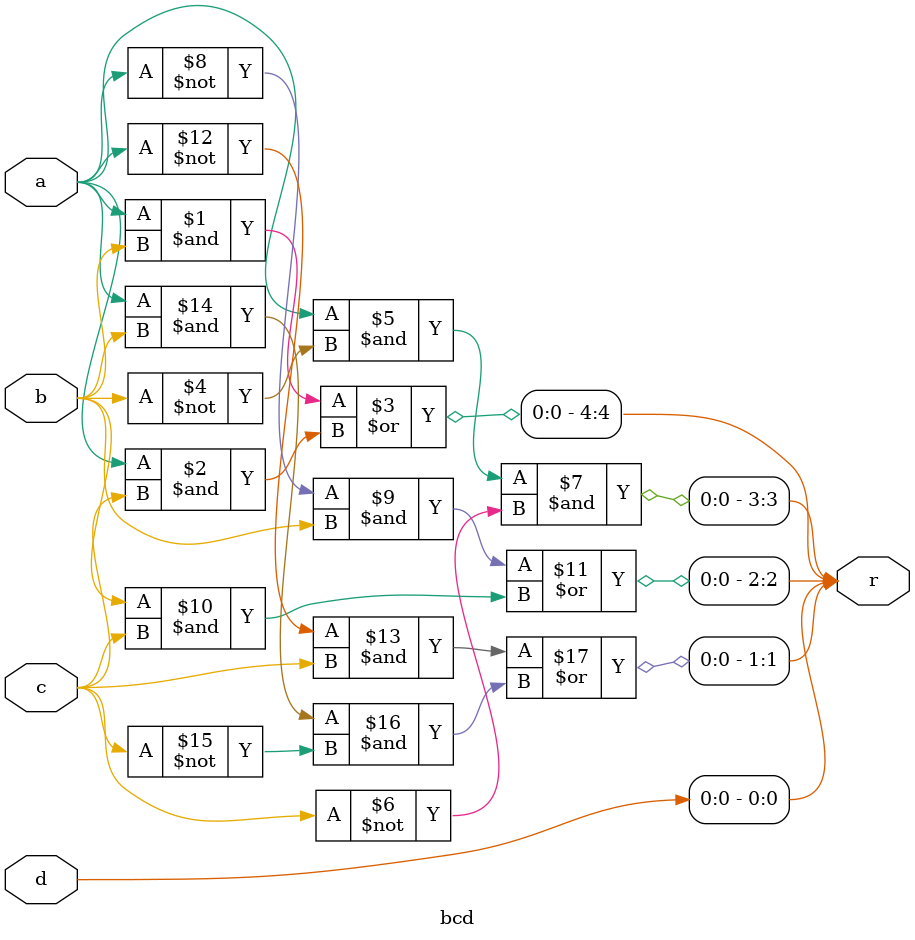
<source format=v>
module bcd(a,b,c,d,r);
input a,b,c,d;
output[4:0]r;

assign r[4]=(a&b)|(a&c);
assign r[3]=(a&~b&~c);
assign r[2]=(~a&b)|(b&c);
assign r[1]=(~a&c)|(a&b&~c);
assign r[0]=d;
endmodule
</source>
